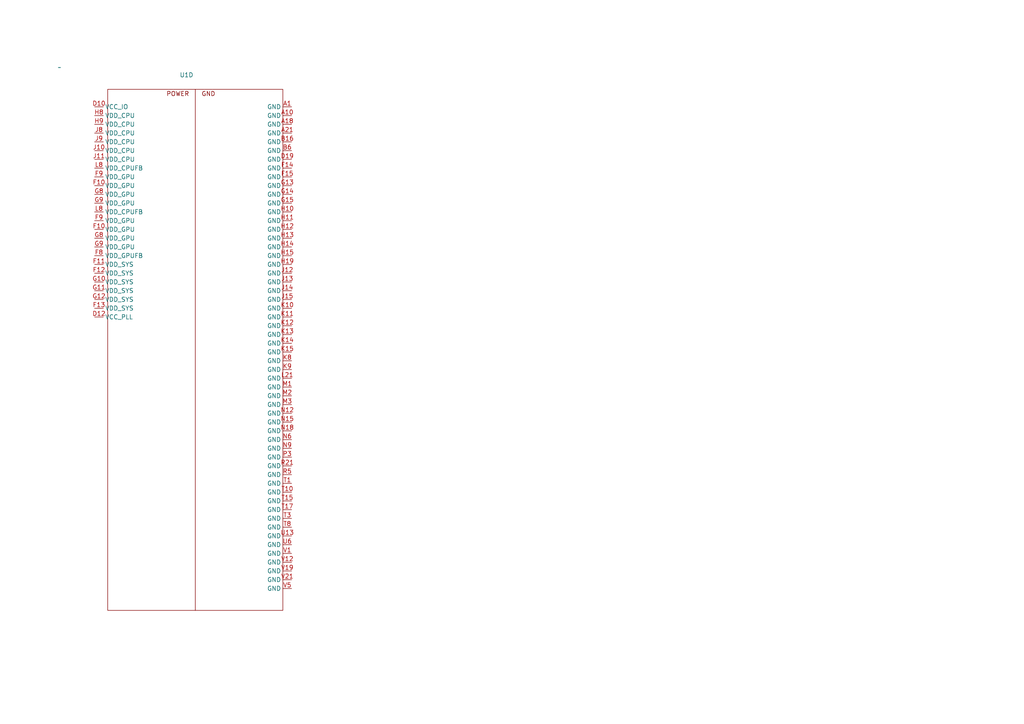
<source format=kicad_sch>
(kicad_sch (version 20230121) (generator eeschema)
  (paper "A4")
  (lib_symbols
    (symbol "Allwinner_H616:Allwinner_H616"
      (property "Reference" "U1" (at 36.83 -2.1844 0))
      (property "Value" "~" (at 0 0 0))
      (symbol "Allwinner_H616_1_0"
        (pin output line (at 64.77 -106.68 180) (length 2.54) (name "VCC_DRAM") (number "L10"))
        (pin output line (at 64.77 -109.22 180) (length 2.54) (name "VCC_DRAM") (number "L11"))
        (pin output line (at 64.77 -111.76 180) (length 2.54) (name "VCC_DRAM") (number "L12"))
        (pin output line (at 64.77 -114.3 180) (length 2.54) (name "VCC_DRAM") (number "L13"))
        (pin output line (at 64.77 -116.84 180) (length 2.54) (name "VDD18_DRAM") (number "L14"))
        (pin output line (at 64.77 -101.6 180) (length 2.54) (name "SZQ") (number "L15"))
        (pin output line (at 8.89 -118.11 0) (length 2.54) (name "SDQM3") (number "N10"))
        (pin output line (at 8.89 -49.53 0) (length 2.54) (name "SA15") (number "N13"))
        (pin output line (at 8.89 -34.29 0) (length 2.54) (name "SA9") (number "N16"))
        (pin output line (at 8.89 -29.21 0) (length 2.54) (name "SA7") (number "N19"))
        (pin output line (at 64.77 -16.51 180) (length 2.54) (name "SDQ2") (number "N2"))
        (pin output line (at 8.89 -74.93 0) (length 2.54) (name "SODT1") (number "N20"))
        (pin output line (at 8.89 -54.61 0) (length 2.54) (name "SBA0") (number "N21"))
        (pin output line (at 64.77 -11.43 180) (length 2.54) (name "SDQ0") (number "N3"))
        (pin output line (at 64.77 -44.45 180) (length 2.54) (name "SDQ13") (number "N4"))
        (pin output line (at 64.77 -49.53 180) (length 2.54) (name "SDQ15") (number "N5"))
        (pin output line (at 64.77 -77.47 180) (length 2.54) (name "SDQ26") (number "N7"))
        (pin output line (at 64.77 -24.13 180) (length 2.54) (name "SDQ5") (number "P1"))
        (pin output line (at 64.77 -82.55 180) (length 2.54) (name "SDQ28") (number "P10"))
        (pin output line (at 64.77 -87.63 180) (length 2.54) (name "SDQ30") (number "P12"))
        (pin output line (at 8.89 -85.09 0) (length 2.54) (name "SCKE1") (number "P13"))
        (pin output line (at 8.89 -24.13 0) (length 2.54) (name "SA5") (number "P15"))
        (pin output line (at 8.89 -44.45 0) (length 2.54) (name "SA13") (number "P16"))
        (pin output line (at 8.89 -64.77 0) (length 2.54) (name "SACT") (number "P18"))
        (pin output line (at 64.77 -29.21 180) (length 2.54) (name "SDQ7") (number "P2"))
        (pin output line (at 8.89 -59.69 0) (length 2.54) (name "SBG0") (number "P20"))
        (pin output line (at 8.89 -62.23 0) (length 2.54) (name "SBG1") (number "P21"))
        (pin output line (at 64.77 -36.83 180) (length 2.54) (name "SDQ10") (number "P4"))
        (pin output line (at 64.77 -31.75 180) (length 2.54) (name "SDQ8") (number "P5"))
        (pin output line (at 64.77 -46.99 180) (length 2.54) (name "SDQ14") (number "P6"))
        (pin output line (at 64.77 -74.93 180) (length 2.54) (name "SDQ25") (number "P7"))
        (pin output line (at 64.77 -80.01 180) (length 2.54) (name "SDQ27") (number "P9"))
        (pin output line (at 8.89 -92.71 0) (length 2.54) (name "SDQS0N") (number "R1"))
        (pin output line (at 64.77 -90.17 180) (length 2.54) (name "SDQ31") (number "R12"))
        (pin output line (at 8.89 -57.15 0) (length 2.54) (name "SBA1") (number "R15"))
        (pin output line (at 8.89 -21.59 0) (length 2.54) (name "SA4") (number "R18"))
        (pin output line (at 8.89 -36.83 0) (length 2.54) (name "SA10") (number "R19"))
        (pin output line (at 8.89 -90.17 0) (length 2.54) (name "SDQS0P") (number "R2"))
        (pin output line (at 8.89 -69.85 0) (length 2.54) (name "SCS1") (number "R20"))
        (pin output line (at 8.89 -113.03 0) (length 2.54) (name "SDQM1") (number "R3"))
        (pin output line (at 64.77 -39.37 180) (length 2.54) (name "SDQ11") (number "R4"))
        (pin output line (at 64.77 -41.91 180) (length 2.54) (name "SDQ12") (number "R6"))
        (pin output line (at 64.77 -72.39 180) (length 2.54) (name "SDQ24") (number "R9"))
        (pin output line (at 64.77 -52.07 180) (length 2.54) (name "SDQ16") (number "T11"))
        (pin output line (at 64.77 -57.15 180) (length 2.54) (name "SDQ18") (number "T12"))
        (pin output line (at 8.89 -77.47 0) (length 2.54) (name "SCKP") (number "T14"))
        (pin output line (at 8.89 -19.05 0) (length 2.54) (name "SA3") (number "T16"))
        (pin output line (at 8.89 -16.51 0) (length 2.54) (name "SA2") (number "T18"))
        (pin output line (at 64.77 -26.67 180) (length 2.54) (name "SDQ6") (number "T2"))
        (pin output line (at 8.89 -72.39 0) (length 2.54) (name "SODT0") (number "T20"))
        (pin output line (at 8.89 -11.43 0) (length 2.54) (name "SA0") (number "T21"))
        (pin output line (at 64.77 -19.05 180) (length 2.54) (name "SDQ3") (number "T4"))
        (pin output line (at 64.77 -69.85 180) (length 2.54) (name "SDQ23") (number "T5"))
        (pin output line (at 64.77 -62.23 180) (length 2.54) (name "SDQ20") (number "T6"))
        (pin output line (at 64.77 -67.31 180) (length 2.54) (name "SDQ22") (number "T7"))
        (pin output line (at 8.89 -115.57 0) (length 2.54) (name "SDQM2") (number "T9"))
        (pin output line (at 8.89 -110.49 0) (length 2.54) (name "SDQM0") (number "U1"))
        (pin output line (at 8.89 -107.95 0) (length 2.54) (name "SDQS3N") (number "U10"))
        (pin output line (at 64.77 -85.09 180) (length 2.54) (name "SDQ29") (number "U11"))
        (pin output line (at 64.77 -54.61 180) (length 2.54) (name "SDQ17") (number "U12"))
        (pin output line (at 8.89 -80.01 0) (length 2.54) (name "SCKN") (number "U14"))
        (pin output line (at 8.89 -39.37 0) (length 2.54) (name "SA11") (number "U15"))
        (pin output line (at 8.89 -41.91 0) (length 2.54) (name "SA12") (number "U16"))
        (pin output line (at 8.89 -13.97 0) (length 2.54) (name "SA1") (number "U17"))
        (pin output line (at 8.89 -52.07 0) (length 2.54) (name "SA16") (number "U18"))
        (pin output line (at 8.89 -31.75 0) (length 2.54) (name "SA8") (number "U19"))
        (pin output line (at 8.89 -95.25 0) (length 2.54) (name "SDQS1P") (number "U2"))
        (pin output line (at 8.89 -26.67 0) (length 2.54) (name "SA6") (number "U20"))
        (pin output line (at 8.89 -87.63 0) (length 2.54) (name "SRST") (number "U21"))
        (pin output line (at 64.77 -21.59 180) (length 2.54) (name "SDQ4") (number "U3"))
        (pin output line (at 64.77 -13.97 180) (length 2.54) (name "SDQ1") (number "U4"))
        (pin output line (at 64.77 -64.77 180) (length 2.54) (name "SDQ21") (number "U5"))
        (pin output line (at 8.89 -102.87 0) (length 2.54) (name "SDQS2N") (number "U8"))
        (pin output line (at 64.77 -59.69 180) (length 2.54) (name "SDQ19") (number "U9"))
        (pin output line (at 8.89 -105.41 0) (length 2.54) (name "SDQS3P") (number "V10"))
        (pin output line (at 8.89 -82.55 0) (length 2.54) (name "SCKE0") (number "V15"))
        (pin output line (at 8.89 -67.31 0) (length 2.54) (name "SCS0") (number "V17"))
        (pin output line (at 8.89 -97.79 0) (length 2.54) (name "SDQS1N") (number "V2"))
        (pin output line (at 8.89 -46.99 0) (length 2.54) (name "SA14") (number "V20"))
        (pin output line (at 64.77 -34.29 180) (length 2.54) (name "SDQ9") (number "V3"))
        (pin output line (at 8.89 -100.33 0) (length 2.54) (name "SDQS2P") (number "V8"))
      )
      (symbol "Allwinner_H616_1_1"
        (polyline (pts (xy 21.59 -5.08) (xy 21.59 -90.17)))
        (polyline (pts (xy 33.02 -5.08) (xy 33.02 -90.17)))
        (rectangle (start 11.43 -5.08) (end 62.23 -123.19))
        (text "SA7\nSA11\nSA2\nSRAS\nSA13\nSA14\nSBA2\nSCSI\nSA10\nSCAS\nSA3\nSBA1\nSA4\nSA12\nSWE\nSA6\nSA15\nSODT1\nSA1\nSBA0\nSCS0\nSA0\nSA8\nSA5\nSA9\nSODT0\n\n\n\n\n\n\n\n\n\n\n\nSRAS" (at 24.13 -49.53 0) (effects (font (size 1.27 1.27)) (justify left)))
        (text "SDRAM" (at 15.24 -6.35 0) (effects (font (size 1.27 1.27))))
        (pin output line (at 64.77 -104.14 180) (length 2.54) (name "VCC_DRAM") (number "L9"))
      )
      (symbol "Allwinner_H616_2_0"
        (pin output line (at 66.04 -97.79 180) (length 2.54) (name "PH9") (number "A12"))
        (pin output line (at 66.04 -85.09 180) (length 2.54) (name "PH4") (number "A14"))
        (pin output line (at 66.04 -59.69 180) (length 2.54) (name "PG18") (number "A2"))
        (pin output line (at 66.04 -29.21 180) (length 2.54) (name "PG6") (number "A4"))
        (pin output line (at 66.04 -13.97 180) (length 2.54) (name "PG0") (number "A6"))
        (pin output line (at 66.04 -52.07 180) (length 2.54) (name "PG15") (number "A8"))
        (pin output line (at 10.16 -13.97 0) (length 2.54) (name "PCO") (number "B1"))
        (pin output line (at 66.04 -41.91 180) (length 2.54) (name "PG11") (number "B10"))
        (pin output line (at 66.04 -92.71 180) (length 2.54) (name "PH7") (number "B12"))
        (pin output line (at 66.04 -100.33 180) (length 2.54) (name "PH10") (number "B13"))
        (pin output line (at 66.04 -87.63 180) (length 2.54) (name "PH5") (number "B14"))
        (pin output line (at 66.04 -80.01 180) (length 2.54) (name "PH2") (number "B15"))
        (pin output line (at 66.04 -115.57 180) (length 2.54) (name "PL1") (number "B18"))
        (pin output line (at 66.04 -62.23 180) (length 2.54) (name "PG19") (number "B2"))
        (pin output line (at 66.04 -36.83 180) (length 2.54) (name "PG9") (number "B3"))
        (pin output line (at 66.04 -31.75 180) (length 2.54) (name "PG7") (number "B4"))
        (pin output line (at 66.04 -21.59 180) (length 2.54) (name "PG3") (number "B5"))
        (pin output line (at 66.04 -26.67 180) (length 2.54) (name "PG5") (number "B7"))
        (pin output line (at 66.04 -54.61 180) (length 2.54) (name "PG16") (number "B8"))
        (pin output line (at 66.04 -49.53 180) (length 2.54) (name "PG14") (number "B9"))
        (pin output line (at 10.16 -19.05 0) (length 2.54) (name "PC2") (number "C1"))
        (pin output line (at 66.04 -46.99 180) (length 2.54) (name "PG13") (number "C10"))
        (pin output line (at 66.04 -95.25 180) (length 2.54) (name "PH8") (number "C13"))
        (pin output line (at 66.04 -90.17 180) (length 2.54) (name "PH6") (number "C14"))
        (pin output line (at 66.04 -82.55 180) (length 2.54) (name "PH3") (number "C15"))
        (pin output line (at 66.04 -113.03 180) (length 2.54) (name "PLO") (number "C18"))
        (pin output line (at 10.16 -16.51 0) (length 2.54) (name "PC1") (number "C2"))
        (pin output line (at 66.04 -57.15 180) (length 2.54) (name "PG17") (number "C3"))
        (pin output line (at 66.04 -34.29 180) (length 2.54) (name "PG8") (number "C4"))
        (pin output line (at 66.04 -24.13 180) (length 2.54) (name "PG4") (number "C5"))
        (pin output line (at 66.04 -19.05 180) (length 2.54) (name "PG2") (number "C6"))
        (pin output line (at 66.04 -16.51 180) (length 2.54) (name "PG1") (number "C7"))
        (pin output line (at 66.04 -39.37 180) (length 2.54) (name "PG10") (number "C8"))
        (pin output line (at 66.04 -44.45 180) (length 2.54) (name "PG12") (number "C9"))
        (pin output line (at 10.16 -21.59 0) (length 2.54) (name "PC3") (number "D1"))
        (pin output line (at 66.04 -77.47 180) (length 2.54) (name "PH1") (number "D15"))
        (pin output line (at 66.04 -74.93 180) (length 2.54) (name "PHO") (number "D16"))
        (pin output line (at 10.16 -24.13 0) (length 2.54) (name "PC4") (number "D2"))
        (pin output line (at 10.16 -26.67 0) (length 2.54) (name "PC5") (number "D3"))
        (pin output line (at 10.16 -88.9 0) (length 2.54) (name "PI1") (number "D4"))
        (pin output line (at 10.16 -109.22 0) (length 2.54) (name "PI9") (number "D5"))
        (pin output line (at 66.04 -64.77 180) (length 2.54) (name "VCC_PG") (number "D7"))
        (pin output line (at 10.16 -29.21 0) (length 2.54) (name "PC6") (number "E2"))
        (pin output line (at 10.16 -34.29 0) (length 2.54) (name "PC8") (number "E3"))
        (pin output line (at 10.16 -119.38 0) (length 2.54) (name "PI13") (number "E5"))
        (pin output line (at 10.16 -106.68 0) (length 2.54) (name "PI8") (number "E6"))
        (pin output line (at 10.16 -36.83 0) (length 2.54) (name "PC9") (number "F1"))
        (pin output line (at 10.16 -39.37 0) (length 2.54) (name "PC10") (number "F2"))
        (pin output line (at 10.16 -41.91 0) (length 2.54) (name "PC11") (number "F3"))
        (pin output line (at 10.16 -31.75 0) (length 2.54) (name "PC7") (number "F4"))
        (pin output line (at 10.16 -93.98 0) (length 2.54) (name "PI3") (number "F4"))
        (pin output line (at 10.16 -57.15 0) (length 2.54) (name "VCC_PC") (number "F5"))
        (pin output line (at 10.16 -44.45 0) (length 2.54) (name "PC12") (number "G2"))
        (pin output line (at 10.16 -46.99 0) (length 2.54) (name "PC13") (number "G3"))
        (pin output line (at 10.16 -104.14 0) (length 2.54) (name "PI7") (number "G4"))
        (pin output line (at 10.16 -96.52 0) (length 2.54) (name "PI4") (number "G5"))
        (pin output line (at 10.16 -91.44 0) (length 2.54) (name "PI2") (number "G6"))
        (pin output line (at 10.16 -49.53 0) (length 2.54) (name "PC14") (number "H1"))
        (pin output line (at 10.16 -52.07 0) (length 2.54) (name "PC15") (number "H2"))
        (pin output line (at 10.16 -54.61 0) (length 2.54) (name "PC16") (number "H3"))
        (pin output line (at 10.16 -99.06 0) (length 2.54) (name "P15") (number "H4"))
        (pin output line (at 10.16 -101.6 0) (length 2.54) (name "PI6") (number "H5"))
        (pin output line (at 10.16 -86.36 0) (length 2.54) (name "PI0") (number "H6"))
        (pin output line (at 10.16 -64.77 0) (length 2.54) (name "PF0") (number "J2"))
        (pin output line (at 10.16 -67.31 0) (length 2.54) (name "PF1") (number "J3"))
        (pin output line (at 10.16 -129.54 0) (length 2.54) (name "VCC_Pl") (number "J6"))
        (pin output line (at 10.16 -69.85 0) (length 2.54) (name "PF2") (number "K1"))
        (pin output line (at 10.16 -80.01 0) (length 2.54) (name "PF6") (number "K2"))
        (pin output line (at 10.16 -72.39 0) (length 2.54) (name "PF3") (number "K3"))
        (pin output line (at 10.16 -114.3 0) (length 2.54) (name "PI11") (number "K4"))
        (pin output line (at 10.16 -116.84 0) (length 2.54) (name "PI12") (number "K5"))
        (pin output line (at 10.16 -127 0) (length 2.54) (name "PI16") (number "K6"))
        (pin output line (at 10.16 -74.93 0) (length 2.54) (name "PF4") (number "L2"))
        (pin output line (at 10.16 -77.47 0) (length 2.54) (name "PF5") (number "L3"))
        (pin output line (at 10.16 -124.46 0) (length 2.54) (name "PI15") (number "L4"))
        (pin output line (at 10.16 -111.76 0) (length 2.54) (name "PI10") (number "L5"))
        (pin output line (at 10.16 -121.92 0) (length 2.54) (name "PI14") (number "L6"))
      )
      (symbol "Allwinner_H616_2_1"
        (polyline (pts (xy 12.7 -82.55) (xy 38.1 -82.55)))
        (polyline (pts (xy 12.7 -60.96) (xy 38.1 -60.96)))
        (polyline (pts (xy 38.1 -135.89) (xy 38.1 -6.35)))
        (polyline (pts (xy 63.5 -106.68) (xy 38.1 -106.68)))
        (polyline (pts (xy 63.5 -68.58) (xy 38.1 -68.58)))
        (rectangle (start 12.7 -6.35) (end 63.5 -135.89))
        (text "GPIOC\n" (at 34.29 -7.62 0) (effects (font (size 1.27 1.27))))
        (text "GPIOF\n" (at 34.29 -62.23 0) (effects (font (size 1.27 1.27))))
        (text "GPIOG\n" (at 41.91 -7.62 0) (effects (font (size 1.27 1.27))))
        (text "GPIOH\n" (at 41.91 -69.85 0) (effects (font (size 1.27 1.27))))
        (text "GPIOI" (at 34.29 -83.82 0) (effects (font (size 1.27 1.27))))
        (text "GPIOL\n" (at 41.91 -107.95 0) (effects (font (size 1.27 1.27))))
      )
      (symbol "Allwinner_H616_3_0"
        (pin output line (at 8.89 -38.1 0) (length 2.54) (name "RESET") (number "A16"))
        (pin output line (at 66.04 -69.85 180) (length 2.54) (name "EPHY_TXP") (number "A19"))
        (pin output line (at 66.04 -67.31 180) (length 2.54) (name "EPHY_TXN") (number "A20"))
        (pin output line (at 10.16 -77.47 0) (length 2.54) (name "DXIN") (number "B11"))
        (pin output line (at 8.89 -33.02 0) (length 2.54) (name "FEL") (number "B17"))
        (pin output line (at 66.04 -59.69 180) (length 2.54) (name "EPHY_RTX") (number "B19"))
        (pin output line (at 66.04 -64.77 180) (length 2.54) (name "EPHY_RXP") (number "B20"))
        (pin output line (at 66.04 -62.23 180) (length 2.54) (name "EPHY_RXN") (number "B21"))
        (pin output line (at 10.16 -85.09 0) (length 2.54) (name "REFCLK_OUT") (number "C11"))
        (pin output line (at 10.16 -80.01 0) (length 2.54) (name "DXOUT") (number "C12"))
        (pin output line (at 8.89 -35.56 0) (length 2.54) (name "JTAG_SEL") (number "C16"))
        (pin output line (at 66.04 -29.21 180) (length 2.54) (name "HTX2P") (number "C19"))
        (pin output line (at 66.04 -26.67 180) (length 2.54) (name "HTX2N") (number "C20"))
        (pin output line (at 10.16 -87.63 0) (length 2.54) (name "VCC_DOXO") (number "D11"))
        (pin output line (at 10.16 -82.55 0) (length 2.54) (name "DXLDO__OUT") (number "D13"))
        (pin output line (at 8.89 -40.64 0) (length 2.54) (name "PLLTEST") (number "D14"))
        (pin output line (at 66.04 -54.61 180) (length 2.54) (name "AC_VRA1") (number "D17"))
        (pin output line (at 66.04 -57.15 180) (length 2.54) (name "AC_AVCC") (number "D18"))
        (pin output line (at 66.04 -24.13 180) (length 2.54) (name "HTX1P") (number "D20"))
        (pin output line (at 66.04 -21.59 180) (length 2.54) (name "HTXIN") (number "D21"))
        (pin output line (at 66.04 -72.39 180) (length 2.54) (name "VCC_EPHY") (number "E18"))
        (pin output line (at 66.04 -19.05 180) (length 2.54) (name "HTXOP") (number "E19"))
        (pin output line (at 66.04 -16.51 180) (length 2.54) (name "HTXON") (number "E20"))
        (pin output line (at 66.04 -46.99 180) (length 2.54) (name "VCC_HDMI") (number "F18"))
        (pin output line (at 66.04 -41.91 180) (length 2.54) (name "HSCL") (number "F19"))
        (pin output line (at 66.04 -34.29 180) (length 2.54) (name "HTXCP") (number "F20"))
        (pin output line (at 66.04 -31.75 180) (length 2.54) (name "HTXCN") (number "F21"))
        (pin output line (at 66.04 -36.83 180) (length 2.54) (name "HCEC") (number "G17"))
        (pin output line (at 66.04 -39.37 180) (length 2.54) (name "HHPD") (number "G18"))
        (pin output line (at 66.04 -87.63 180) (length 2.54) (name "LINEOUTL") (number "G19"))
        (pin output line (at 66.04 -90.17 180) (length 2.54) (name "LINEOUTR") (number "G20"))
        (pin output line (at 66.04 -44.45 180) (length 2.54) (name "HSDA") (number "G21"))
        (pin output line (at 66.04 -85.09 180) (length 2.54) (name "AVCC") (number "H17"))
        (pin output line (at 66.04 -92.71 180) (length 2.54) (name "AGND") (number "H18"))
        (pin output line (at 10.16 -26.67 0) (length 2.54) (name "VCC_TV") (number "H20"))
        (pin output line (at 66.04 -82.55 180) (length 2.54) (name "VRA2") (number "J17"))
        (pin output line (at 66.04 -80.01 180) (length 2.54) (name "VRA1") (number "J18"))
        (pin output line (at 10.16 -48.26 0) (length 2.54) (name "USB0_DM") (number "J19"))
        (pin output line (at 10.16 -50.8 0) (length 2.54) (name "USB0_DP") (number "J20"))
        (pin output line (at 10.16 -24.13 0) (length 2.54) (name "TV_OUT") (number "J21"))
        (pin output line (at 66.04 -95.25 180) (length 2.54) (name "REXT") (number "K18"))
        (pin output line (at 10.16 -58.42 0) (length 2.54) (name "USB2_DM") (number "K19"))
        (pin output line (at 10.16 -60.96 0) (length 2.54) (name "USB2_DP") (number "K20"))
        (pin output line (at 10.16 -17.78 0) (length 2.54) (name "LRADC") (number "L18"))
        (pin output line (at 10.16 -63.5 0) (length 2.54) (name "USB3_DM") (number "L19"))
        (pin output line (at 10.16 -66.04 0) (length 2.54) (name "USB3_DP") (number "L20"))
        (pin output line (at 10.16 -68.58 0) (length 2.54) (name "VCC_USB") (number "M18"))
        (pin output line (at 10.16 -53.34 0) (length 2.54) (name "USB1_DM") (number "M19"))
        (pin output line (at 10.16 -55.88 0) (length 2.54) (name "USB1_DP") (number "M20"))
      )
      (symbol "Allwinner_H616_3_1"
        (polyline (pts (xy 12.7 -72.39) (xy 38.1 -72.39)))
        (polyline (pts (xy 12.7 -44.45) (xy 38.1 -44.45)))
        (polyline (pts (xy 12.7 -29.21) (xy 38.1 -29.21)))
        (polyline (pts (xy 12.7 -20.32) (xy 38.1 -20.32)))
        (polyline (pts (xy 38.1 -76.2) (xy 63.5 -76.2)))
        (polyline (pts (xy 38.1 -11.43) (xy 38.1 -102.87)))
        (polyline (pts (xy 63.5 -50.8) (xy 38.1 -50.8)))
        (rectangle (start 12.7 -11.43) (end 63.5 -102.87))
        (text "AC+EPHY" (at 44.45 -52.07 0) (effects (font (size 1.27 1.27))))
        (text "AUDIO CODEC" (at 45.72 -77.47 0) (effects (font (size 1.27 1.27))))
        (text "DCXO\n" (at 34.29 -73.66 0) (effects (font (size 1.27 1.27))))
        (text "HDMI\n" (at 41.91 -12.7 0) (effects (font (size 1.27 1.27))))
        (text "LRADC\n" (at 33.02 -12.7 0) (effects (font (size 1.27 1.27))))
        (text "SYSTEM\n" (at 33.02 -30.48 0) (effects (font (size 1.27 1.27))))
        (text "TV OUT" (at 33.02 -21.59 0) (effects (font (size 1.27 1.27))))
        (text "USB\n" (at 34.29 -45.72 0) (effects (font (size 1.27 1.27))))
      )
      (symbol "Allwinner_H616_4_0"
        (pin output line (at 67.31 -11.43 180) (length 2.54) (name "GND") (number "A1"))
        (pin output line (at 67.31 -13.97 180) (length 2.54) (name "GND") (number "A10"))
        (pin output line (at 67.31 -16.51 180) (length 2.54) (name "GND") (number "A18"))
        (pin output line (at 67.31 -19.05 180) (length 2.54) (name "GND") (number "A21"))
        (pin output line (at 67.31 -21.59 180) (length 2.54) (name "GND") (number "B16"))
        (pin output line (at 67.31 -24.13 180) (length 2.54) (name "GND") (number "B6"))
        (pin output line (at 10.16 -11.43 0) (length 2.54) (name "VCC_IO") (number "D10"))
        (pin output line (at 10.16 -72.39 0) (length 2.54) (name "VCC_PLL") (number "D12"))
        (pin output line (at 67.31 -26.67 180) (length 2.54) (name "GND") (number "D19"))
        (pin output line (at 10.16 -46.99 0) (length 2.54) (name "VDD_GPU") (number "F10"))
        (pin output line (at 10.16 -34.29 0) (length 2.54) (name "VDD_GPU") (number "F10"))
        (pin output line (at 10.16 -57.15 0) (length 2.54) (name "VDD_SYS") (number "F11"))
        (pin output line (at 10.16 -59.69 0) (length 2.54) (name "VDD_SYS") (number "F12"))
        (pin output line (at 10.16 -69.85 0) (length 2.54) (name "VDD_SYS") (number "F13"))
        (pin output line (at 67.31 -29.21 180) (length 2.54) (name "GND") (number "F14"))
        (pin output line (at 67.31 -31.75 180) (length 2.54) (name "GND") (number "F15"))
        (pin output line (at 10.16 -54.61 0) (length 2.54) (name "VDD_GPUFB") (number "F8"))
        (pin output line (at 10.16 -44.45 0) (length 2.54) (name "VDD_GPU") (number "F9"))
        (pin output line (at 10.16 -31.75 0) (length 2.54) (name "VDD_GPU") (number "F9"))
        (pin output line (at 10.16 -62.23 0) (length 2.54) (name "VDD_SYS") (number "G10"))
        (pin output line (at 10.16 -64.77 0) (length 2.54) (name "VDD_SYS") (number "G11"))
        (pin output line (at 10.16 -67.31 0) (length 2.54) (name "VDD_SYS") (number "G12"))
        (pin output line (at 67.31 -34.29 180) (length 2.54) (name "GND") (number "G13"))
        (pin output line (at 67.31 -36.83 180) (length 2.54) (name "GND") (number "G14"))
        (pin output line (at 67.31 -39.37 180) (length 2.54) (name "GND") (number "G15"))
        (pin output line (at 10.16 -49.53 0) (length 2.54) (name "VDD_GPU") (number "G8"))
        (pin output line (at 10.16 -36.83 0) (length 2.54) (name "VDD_GPU") (number "G8"))
        (pin output line (at 10.16 -52.07 0) (length 2.54) (name "VDD_GPU") (number "G9"))
        (pin output line (at 10.16 -39.37 0) (length 2.54) (name "VDD_GPU") (number "G9"))
        (pin output line (at 67.31 -41.91 180) (length 2.54) (name "GND") (number "H10"))
        (pin output line (at 67.31 -44.45 180) (length 2.54) (name "GND") (number "H11"))
        (pin output line (at 67.31 -46.99 180) (length 2.54) (name "GND") (number "H12"))
        (pin output line (at 67.31 -49.53 180) (length 2.54) (name "GND") (number "H13"))
        (pin output line (at 67.31 -52.07 180) (length 2.54) (name "GND") (number "H14"))
        (pin output line (at 67.31 -54.61 180) (length 2.54) (name "GND") (number "H15"))
        (pin output line (at 67.31 -57.15 180) (length 2.54) (name "GND") (number "H19"))
        (pin output line (at 10.16 -13.97 0) (length 2.54) (name "VDD_CPU") (number "H8"))
        (pin output line (at 10.16 -16.51 0) (length 2.54) (name "VDD_CPU") (number "H9"))
        (pin output line (at 10.16 -24.13 0) (length 2.54) (name "VDD_CPU") (number "J10"))
        (pin output line (at 10.16 -26.67 0) (length 2.54) (name "VDD_CPU") (number "J11"))
        (pin output line (at 67.31 -59.69 180) (length 2.54) (name "GND") (number "J12"))
        (pin output line (at 67.31 -62.23 180) (length 2.54) (name "GND") (number "J13"))
        (pin output line (at 67.31 -64.77 180) (length 2.54) (name "GND") (number "J14"))
        (pin output line (at 67.31 -67.31 180) (length 2.54) (name "GND") (number "J15"))
        (pin output line (at 10.16 -19.05 0) (length 2.54) (name "VDD_CPU") (number "J8"))
        (pin output line (at 10.16 -21.59 0) (length 2.54) (name "VDD_CPU") (number "J9"))
        (pin output line (at 67.31 -69.85 180) (length 2.54) (name "GND") (number "K10"))
        (pin output line (at 67.31 -72.39 180) (length 2.54) (name "GND") (number "K11"))
        (pin output line (at 67.31 -74.93 180) (length 2.54) (name "GND") (number "K12"))
        (pin output line (at 67.31 -77.47 180) (length 2.54) (name "GND") (number "K13"))
        (pin output line (at 67.31 -80.01 180) (length 2.54) (name "GND") (number "K14"))
        (pin output line (at 67.31 -82.55 180) (length 2.54) (name "GND") (number "K15"))
        (pin output line (at 67.31 -85.09 180) (length 2.54) (name "GND") (number "K8"))
        (pin output line (at 67.31 -87.63 180) (length 2.54) (name "GND") (number "K9"))
        (pin output line (at 67.31 -90.17 180) (length 2.54) (name "GND") (number "L21"))
        (pin output line (at 10.16 -41.91 0) (length 2.54) (name "VDD_CPUFB") (number "L8"))
        (pin output line (at 10.16 -29.21 0) (length 2.54) (name "VDD_CPUFB") (number "L8"))
        (pin output line (at 67.31 -92.71 180) (length 2.54) (name "GND") (number "M1"))
        (pin output line (at 67.31 -95.25 180) (length 2.54) (name "GND") (number "M2"))
        (pin output line (at 67.31 -97.79 180) (length 2.54) (name "GND") (number "M3"))
        (pin output line (at 67.31 -100.33 180) (length 2.54) (name "GND") (number "N12"))
        (pin output line (at 67.31 -102.87 180) (length 2.54) (name "GND") (number "N15"))
        (pin output line (at 67.31 -105.41 180) (length 2.54) (name "GND") (number "N18"))
        (pin output line (at 67.31 -107.95 180) (length 2.54) (name "GND") (number "N6"))
        (pin output line (at 67.31 -110.49 180) (length 2.54) (name "GND") (number "N9"))
        (pin output line (at 67.31 -113.03 180) (length 2.54) (name "GND") (number "P3"))
        (pin output line (at 67.31 -115.57 180) (length 2.54) (name "GND") (number "R21"))
        (pin output line (at 67.31 -118.11 180) (length 2.54) (name "GND") (number "R5"))
        (pin output line (at 67.31 -120.65 180) (length 2.54) (name "GND") (number "T1"))
        (pin output line (at 67.31 -123.19 180) (length 2.54) (name "GND") (number "T10"))
        (pin output line (at 67.31 -125.73 180) (length 2.54) (name "GND") (number "T15"))
        (pin output line (at 67.31 -128.27 180) (length 2.54) (name "GND") (number "T17"))
        (pin output line (at 67.31 -130.81 180) (length 2.54) (name "GND") (number "T3"))
        (pin output line (at 67.31 -133.35 180) (length 2.54) (name "GND") (number "T8"))
        (pin output line (at 67.31 -135.89 180) (length 2.54) (name "GND") (number "U13"))
        (pin output line (at 67.31 -138.43 180) (length 2.54) (name "GND") (number "U6"))
        (pin output line (at 67.31 -140.97 180) (length 2.54) (name "GND") (number "V1"))
        (pin output line (at 67.31 -143.51 180) (length 2.54) (name "GND") (number "V12"))
        (pin output line (at 67.31 -146.05 180) (length 2.54) (name "GND") (number "V19"))
        (pin output line (at 67.31 -148.59 180) (length 2.54) (name "GND") (number "V21"))
        (pin output line (at 67.31 -151.13 180) (length 2.54) (name "GND") (number "V5"))
      )
      (symbol "Allwinner_H616_4_1"
        (polyline (pts (xy 39.37 -6.35) (xy 39.37 -157.48)))
        (rectangle (start 13.97 -6.35) (end 64.77 -157.48))
        (text "GND" (at 43.18 -7.62 0) (effects (font (size 1.27 1.27))))
        (text "POWER\n" (at 34.29 -7.62 0) (effects (font (size 1.27 1.27))))
      )
    )
  )
  (symbol (lib_id "Allwinner_H616:Allwinner_H616") (at 17.272 19.558 0) (unit 4)
    (property "Reference" "U1" (at 54.102 21.7424 0))
    (property "Value" "~" (at 17.272 19.558 0))
  )
)
</source>
